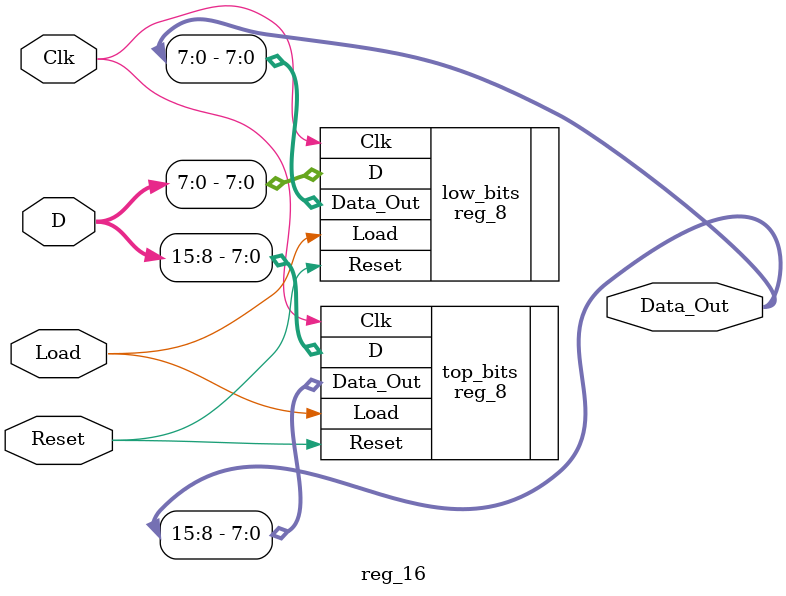
<source format=sv>
module reg_16 (input  logic Clk, Reset, Load,
              input  logic [15:0]  D,
              output logic [15:0]  Data_Out);
reg_8 top_bits(.Clk(Clk), .Reset(Reset), .Load(Load), .D(D[15:8]), .Data_Out(Data_Out[15:8]));
reg_8 low_bits(.Clk(Clk), .Reset(Reset), .Load(Load), .D(D[7:0]), .Data_Out(Data_Out[7:0]));

endmodule 
</source>
